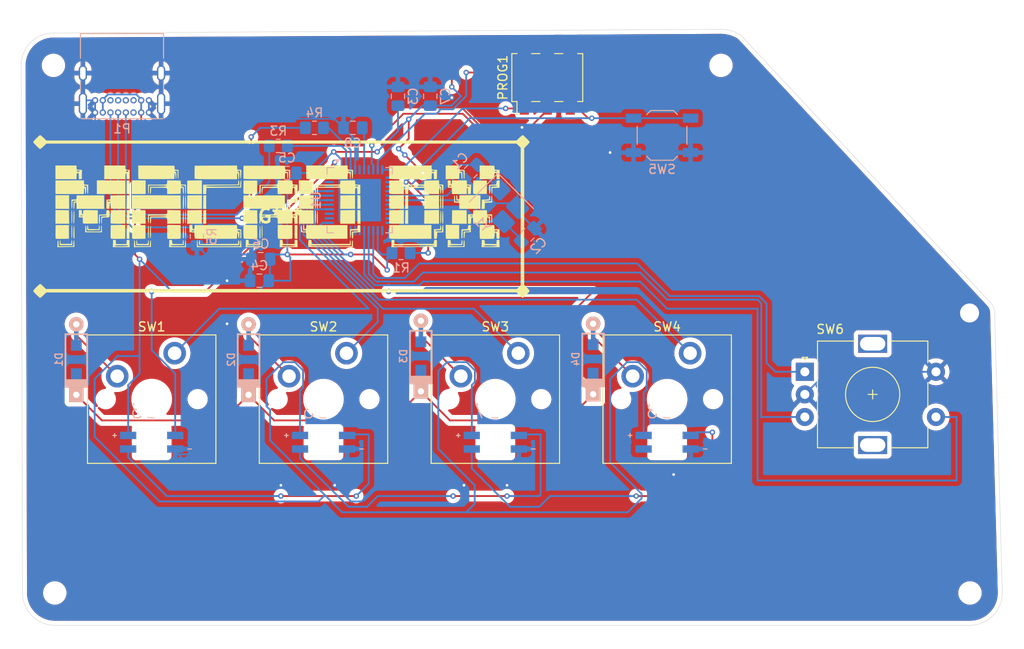
<source format=kicad_pcb>
(kicad_pcb (version 20241229) (generator "pcbnew") (generator_version "9.0")
  (layers (0 "F.Cu" signal) (2 "B.Cu" signal) (13 "F.Paste" user) (15 "B.Paste" user) (5 "F.SilkS" user "F.Silkscreen") (7 "B.SilkS" user "B.Silkscreen") (1 "F.Mask" user) (3 "B.Mask" user) (25 "Edge.Cuts" user))
  (net 0 "")
  (net 1 "GND")
  (net 2 "Net-(U1-XTAL1)")
  (net 3 "Net-(U1-XTAL2)")
  (net 4 "Net-(U1-VBus)")
  (net 5 "Net-(D1-A)")
  (net 6 "Row0")
  (net 7 "Net-(D2-A)")
  (net 8 "Net-(D3-A)")
  (net 9 "Net-(D4-A)")
  (net 10 "VCC")
  (net 11 "Net-(P1-D+)")
  (net 12 "Net-(P1-CC)")
  (net 13 "Net-(P1-D-)")
  (net 15 "Net-(U1-D-)")
  (net 16 "Net-(U1-D+)")
  (net 17 "Col0")
  (net 18 "Col1")
  (net 19 "Col2")
  (net 20 "Col3")
  (net 21 "Net-(U1-ICP1{slash}PD4)")
  (net 22 "Net-(U1-T1{slash}PD6)")
  (net 23 "Net-(U1-T0{slash}PD7)")
  (net 24 "Net-(PROG1-Pin_5)")
  (net 31 "Net-(PROG1-Pin_1)")
  (net 32 "Net-(PROG1-Pin_4)")
  (net 43 "Net-(D5-DOUT)")
  (net 48 "Net-(PROG1-Pin_3)")
  (net 49 "Net-(D5-DIN)")
  (net 50 "Net-(D6-DOUT)")
  (net 51 "Net-(D7-DOUT)")
  (footprint "MountingHole:MountingHole_2.1mm" (layer "F.Cu") (at 167.9475 106.51125)
    (property "Reference" "REF**" (hide yes))
    (property "Value" "MountingHole_2.1mm" (hide yes))
  )
  (footprint "ScottoKeebs_MX:MX_PCB_1.00u" (layer "F.Cu") (at 77.46 85.08)
    (property "Reference" "SW1")
    (property "Value" "Switch")
  )
  (footprint "pads:pads" (layer "F.Cu") (at 121.204375 49.52 90)
    (property "Reference" "PROG1")
    (property "Value" "Conn_02x03_Odd_Even")
  )
  (footprint "AyamLogo:MacroDXLogo" (layer "F.Cu") (at 91.6975 64.839375)
    (property "Reference" "G***")
    (property "Value" "LOGO" (hide yes))
  )
  (footprint "" (layer "F.Cu") (at 167.8975 75.555)
    (property "Reference" "")
    (property "Value" "")
  )
  (footprint "ScottoKeebs_MX:MX_PCB_1.00u" (layer "F.Cu") (at 96.46 85.08)
    (property "Reference" "SW2")
    (property "Value" "Switch")
  )
  (footprint "MountingHole:MountingHole_2.1mm" (layer "F.Cu") (at 66.744375 106.51125)
    (property "Reference" "REF**" (hide yes))
    (property "Value" "MountingHole_2.1mm" (hide yes))
  )
  (footprint "MountingHole:MountingHole_2.1mm" (layer "F.Cu") (at 140.413125 48.170625)
    (property "Reference" "REF**" (hide yes))
    (property "Value" "MountingHole_2.1mm" (hide yes))
  )
  (footprint "RotaryEncoder:RotaryEncoder_Alps_EC11E-Switch_Vertical_H20mm" (layer "F.Cu") (at 149.685 82.055)
    (property "Reference" "SW6")
    (property "Value" "RotaryEncoder_Switch")
  )
  (footprint "MountingHole:MountingHole_2.1mm" (layer "F.Cu") (at 66.594375 48.170625)
    (property "Reference" "REF**" (hide yes))
    (property "Value" "MountingHole_2.1mm" (hide yes))
  )
  (footprint "ScottoKeebs_MX:MX_PCB_1.00u" (layer "F.Cu") (at 134.46 85.08)
    (property "Reference" "SW4")
    (property "Value" "Switch")
  )
  (footprint "ScottoKeebs_MX:MX_PCB_1.00u" (layer "F.Cu") (at 115.46 85.08)
    (property "Reference" "SW3")
    (property "Value" "Switch")
  )
  (footprint "keyboard_parts:D_SOD123_axial" (layer "B.Cu") (at 126.275625 80.63625 90)
    (property "Reference" "D4")
    (property "Value" "D" (hide yes))
  )
  (footprint "Capacitor_SMD:C_0805_2012Metric_Pad1.18x1.45mm_HandSolder" (layer "B.Cu") (at 89.369375 71.983125 180)
    (property "Reference" "C4")
    (property "Value" "0.1u")
  )
  (footprint "Resistor_SMD:R_0805_2012Metric_Pad1.20x1.40mm_HandSolder" (layer "B.Cu") (at 95.46 55.08 180)
    (property "Reference" "R4")
    (property "Value" "22")
  )
  (footprint "Resistor_SMD:R_0805_2012Metric_Pad1.20x1.40mm_HandSolder" (layer "B.Cu") (at 82.46 67.08 90)
    (property "Reference" "R5")
    (property "Value" "5.1k")
  )
  (footprint "LED_SK6812-E:LED_SK6812-E" (layer "B.Cu") (at 134.46 89.8425 180)
    (property "Reference" "D8")
    (property "Value" "SK6812-E")
    (fp_line (start 1.7 1.5) (end 1.7 -1.5) (stroke (width 0.01)) (layer "Edge.Cuts"))
    (fp_line (start 1.7 -1.5) (end -1.7 -1.5) (stroke (width 0.01)) (layer "Edge.Cuts"))
    (fp_line (start -1.7 1.5) (end 1.7 1.5) (stroke (width 0.01)) (layer "Edge.Cuts"))
    (fp_line (start -1.7 -1.5) (end -1.7 1.5) (stroke (width 0.01)) (layer "Edge.Cuts"))
  )
  (footprint "keyboard_parts:D_SOD123_axial" (layer "B.Cu") (at 88.175625 80.701875 90)
    (property "Reference" "D2")
    (property "Value" "D" (hide yes))
  )
  (footprint "Crystal:Crystal_SMD_SeikoEpson_FA238-4Pin_3.2x2.5mm_HandSoldering" (layer "B.Cu") (at 116.112754 63.647246 -45)
    (property "Reference" "Y1")
    (property "Value" "Crystal_GND24")
  )
  (footprint "LED_SK6812-E:LED_SK6812-E" (layer "B.Cu") (at 77.46 89.8425 180)
    (property "Reference" "D5")
    (property "Value" "SK6812-E")
    (fp_line (start 1.7 1.5) (end 1.7 -1.5) (stroke (width 0.01)) (layer "Edge.Cuts"))
    (fp_line (start 1.7 -1.5) (end -1.7 -1.5) (stroke (width 0.01)) (layer "Edge.Cuts"))
    (fp_line (start -1.7 1.5) (end 1.7 1.5) (stroke (width 0.01)) (layer "Edge.Cuts"))
    (fp_line (start -1.7 -1.5) (end -1.7 1.5) (stroke (width 0.01)) (layer "Edge.Cuts"))
  )
  (footprint "Capacitor_SMD:C_0805_2012Metric_Pad1.18x1.45mm_HandSolder" (layer "B.Cu") (at 119.050254 66.913623 45)
    (property "Reference" "C2")
    (property "Value" "22p")
  )
  (footprint "Connector_USB:USB_C_Receptacle_GCT_USB4085" (layer "B.Cu") (at 71.200625 53.38625)
    (property "Reference" "P1")
    (property "Value" "USB_C_Plug_USB2.0")
  )
  (footprint "Capacitor_SMD:C_0805_2012Metric_Pad1.18x1.45mm_HandSolder" (layer "B.Cu") (at 92.4225 60.08 180)
    (property "Reference" "C5")
    (property "Value" "0.1u")
  )
  (footprint "Capacitor_SMD:C_0805_2012Metric_Pad1.18x1.45mm_HandSolder" (layer "B.Cu") (at 112.746377 59.913623 -135)
    (property "Reference" "C1")
    (property "Value" "22p")
  )
  (footprint "Capacitor_SMD:C_0805_2012Metric_Pad1.18x1.45mm_HandSolder" (layer "B.Cu") (at 104.694375 51.589375 90)
    (property "Reference" "C3")
    (property "Value" "0.1u")
  )
  (footprint "keyboard_parts:D_SOD123_axial" (layer "B.Cu") (at 69.125625 80.701875 90)
    (property "Reference" "D1")
    (property "Value" "D" (hide yes))
  )
  (footprint "Package_DFN_QFN:TQFN-44-1EP_7x7mm_P0.5mm_EP4.7x4.7mm" (layer "B.Cu") (at 100.46 63.08 -90)
    (property "Reference" "U1")
    (property "Value" "ATMEGA32U4")
  )
  (footprint "LED_SK6812-E:LED_SK6812-E" (layer "B.Cu") (at 96.46 89.8425 180)
    (property "Reference" "D6")
    (property "Value" "SK6812-E")
    (fp_line (start 1.7 1.5) (end 1.7 -1.5) (stroke (width 0.01)) (layer "Edge.Cuts"))
    (fp_line (start 1.7 -1.5) (end -1.7 -1.5) (stroke (width 0.01)) (layer "Edge.Cuts"))
    (fp_line (start -1.7 1.5) (end 1.7 1.5) (stroke (width 0.01)) (layer "Edge.Cuts"))
    (fp_line (start -1.7 -1.5) (end -1.7 1.5) (stroke (width 0.01)) (layer "Edge.Cuts"))
  )
  (footprint "Capacitor_SMD:C_0805_2012Metric_Pad1.18x1.45mm_HandSolder" (layer "B.Cu") (at 99.708877 55.08)
    (property "Reference" "C8")
    (property "Value" "1u")
  )
  (footprint "Resistor_SMD:R_0805_2012Metric_Pad1.20x1.40mm_HandSolder" (layer "B.Cu") (at 105.03 68.913623)
    (property "Reference" "R1")
    (property "Value" "10k")
  )
  (footprint "Button_Switch_SMD:SW_SPST_TL3342" (layer "B.Cu") (at 133.896377 55.913623)
    (property "Reference" "SW5")
    (property "Value" "SW_PUSH")
  )
  (footprint "LED_SK6812-E:LED_SK6812-E" (layer "B.Cu") (at 115.46 89.8425 180)
    (property "Reference" "D7")
    (property "Value" "SK6812-E")
    (fp_line (start 1.7 1.5) (end 1.7 -1.5) (stroke (width 0.01)) (layer "Edge.Cuts"))
    (fp_line (start 1.7 -1.5) (end -1.7 -1.5) (stroke (width 0.01)) (layer "Edge.Cuts"))
    (fp_line (start -1.7 1.5) (end 1.7 1.5) (stroke (width 0.01)) (layer "Edge.Cuts"))
    (fp_line (start -1.7 -1.5) (end -1.7 1.5) (stroke (width 0.01)) (layer "Edge.Cuts"))
  )
  (footprint "Resistor_SMD:R_0805_2012Metric_Pad1.20x1.40mm_HandSolder" (layer "B.Cu") (at 91.46 57.08 180)
    (property "Reference" "R3")
    (property "Value" "22")
  )
  (footprint "keyboard_parts:D_SOD123_axial" (layer "B.Cu") (at 107.225625 80.3175 90)
    (property "Reference" "D3")
    (property "Value" "D" (hide yes))
  )
  (footprint "Capacitor_SMD:C_0805_2012Metric_Pad1.18x1.45mm_HandSolder" (layer "B.Cu") (at 108.26625 51.589375 90)
    (property "Reference" "C7")
    (property "Value" "0.1u")
  )
  (footprint "Capacitor_SMD:C_0805_2012Metric_Pad1.18x1.45mm_HandSolder" (layer "B.Cu") (at 89.519375 69.601875 180)
    (property "Reference" "C6")
    (property "Value" "0.1u")
  )
  (gr_line (start 116.600625 62.458125) (end 116.600625 61.2675) (stroke (width 0.2)) (layer "B.Cu") (net 2))
  (gr_line (start 63.0225 48.170625) (end 63.1725 105.320625) (stroke (width 0.05)) (layer "Edge.Cuts"))
  (gr_line (start 170.17875 74.364375) (end 142.624212 44.853998) (stroke (width 0.05)) (layer "Edge.Cuts"))
  (gr_arc (start 171.519375 106.5112) (mid 170.473215 109.036929) (end 167.9475 110.083125) (stroke (width 0.05)) (layer "Edge.Cuts"))
  (gr_line (start 63.172476 106.51125) (end 63.1725 105.320625) (stroke (width 0.05)) (layer "Edge.Cuts"))
  (gr_line (start 171.519375 106.5112) (end 170.671923 75.555) (stroke (width 0.05)) (layer "Edge.Cuts"))
  (gr_arc (start 170.17875 74.364375) (mid 170.543752 74.910638) (end 170.671923 75.555) (stroke (width 0.05)) (layer "Edge.Cuts"))
  (gr_line (start 66.744375 110.083124) (end 167.9475 110.083125) (stroke (width 0.05)) (layer "Edge.Cuts"))
  (gr_arc (start 140.413125 44.184536) (mid 141.56823 44.355571) (end 142.624209 44.853998) (stroke (width 0.05)) (layer "Edge.Cuts"))
  (gr_line (start 66.594375 44.59875) (end 140.413125 44.184536) (stroke (width 0.05)) (layer "Edge.Cuts"))
  (gr_arc (start 66.744375 110.083125) (mid 64.218678 109.036947) (end 63.1725 106.51125) (stroke (width 0.05)) (layer "Edge.Cuts"))
  (gr_arc (start 63.0225 48.170625) (mid 64.068678 45.644928) (end 66.594375 44.59875) (stroke (width 0.05)) (layer "Edge.Cuts"))
  (segment (start 97.700625 94.605) (end 91.7475 94.605) (width 0.2) (layer "F.Cu") (net 1))
  (segment (start 124.935 46.98) (end 124.92 46.995) (width 0.2) (layer "F.Cu") (net 1))
  (segment (start 111.988125 94.605) (end 116.750625 94.605) (width 0.2) (layer "F.Cu") (net 1))
  (segment (start 135.175567 93.414375) (end 133.984942 94.605) (width 0.2) (layer "F.Cu") (net 1))
  (segment (start 124.92 46.995) (end 123.744375 46.995) (width 0.2) (layer "F.Cu") (net 1))
  (segment (start 113.933771 55.028771) (end 118.408771 55.028771) (width 0.2) (layer "F.Cu") (net 1))
  (segment (start 128.150254 50.195254) (end 128.150254 57.813623) (width 0.2) (layer "F.Cu") (net 1))
  (segment (start 85.794375 76.745625) (end 85.794375 71.983125) (width 0.2) (layer "F.Cu") (net 1))
  (segment (start 110.6475 51.7425) (end 113.933771 55.028771) (width 0.2) (layer "F.Cu") (net 1))
  (segment (start 124.935 46.98) (end 128.150254 50.195254) (width 0.2) (layer "F.Cu") (net 1))
  (segment (start 133.984942 94.605) (end 116.750625 94.605) (width 0.2) (layer "F.Cu") (net 1))
  (segment (start 118.408771 55.028771) (end 118.46 55.08) (width 0.2) (layer "F.Cu") (net 1))
  (via (at 110.6475 51.7425) (size 0.6) (drill 0.3) (layers "F.Cu" "B.Cu") (net 1))
  (via (at 111.988125 94.605) (size 0.6) (drill 0.3) (layers "F.Cu" "B.Cu") (net 1))
  (via (at 135.175567 93.414375) (size 0.6) (drill 0.3) (layers "F.Cu" "B.Cu") (net 1))
  (via (at 91.7475 94.605) (size 0.6) (drill 0.3) (layers "F.Cu" "B.Cu") (net 1))
  (via (at 97.700625 94.605) (size 0.6) (drill 0.3) (layers "F.Cu" "B.Cu") (net 1))
  (via (at 128.150254 57.813623) (size 0.6) (drill 0.3) (layers "F.Cu" "B.Cu") (net 1))
  (via (at 85.794375 76.745625) (size 0.6) (drill 0.3) (layers "F.Cu" "B.Cu") (net 1))
  (via (at 116.750625 94.605) (size 0.6) (drill 0.3) (layers "F.Cu" "B.Cu") (net 1))
  (via (at 118.408771 55.028771) (size 0.6) (drill 0.3) (layers "F.Cu" "B.Cu") (net 1))
  (via (at 85.794375 71.983125) (size 0.6) (drill 0.3) (layers "F.Cu" "B.Cu") (net 1))
  (segment (start 130.746377 57.813623) (end 128.150254 57.813623) (width 0.2) (layer "B.Cu") (net 1))
  (segment (start 99.96 56.368623) (end 98.671377 55.08) (width 0.2) (layer "B.Cu") (net 1))
  (segment (start 118.408771 55.028771) (end 117.915876 55.521666) (width 0.2) (layer "B.Cu") (net 1))
  (segment (start 164.185 82.055) (end 143.21 61.08) (width 0.2) (layer "B.Cu") (net 1))
  (segment (start 137.046377 57.813623) (end 130.746377 57.813623) (width 0.2) (layer "B.Cu") (net 1))
  (segment (start 82.46 68.08) (end 74.0525 68.08) (width 0.2) (layer "B.Cu") (net 1))
  (segment (start 104.694375 50.551875) (end 108.26625 50.551875) (width 0.2) (layer "B.Cu") (net 1))
  (segment (start 103.199502 50.551875) (end 104.694375 50.551875) (width 0.2) (layer "B.Cu") (net 1))
  (segment (start 88.46 69.08) (end 88.46 71.855) (width 0.2) (layer "B.Cu") (net 1))
  (segment (start 99.06 90.83) (end 99.06 93.245625) (width 0.2) (layer "B.Cu") (net 1))
  (segment (start 137.06 91.529942) (end 135.175567 93.414375) (width 0.2) (layer "B.Cu") (net 1))
  (segment (start 164.185 82.055) (end 152.185 82.055) (width 0.2) (layer "B.Cu") (net 1))
  (segment (start 91.385 66.155) (end 88.46 69.08) (width 0.2) (layer "B.Cu") (net 1))
  (segment (start 109.456875 50.551875) (end 108.26625 50.551875) (width 0.2) (layer "B.Cu") (net 1))
  (segment (start 99.06 93.245625) (end 97.700625 94.605) (width 0.2) (layer "B.Cu") (net 1))
  (segment (start 71.200625 53.38625) (end 71.200625 65.228125) (width 0.2) (layer "B.Cu") (net 1))
  (segment (start 77.150625 52.03625) (end 77.150625 53.38625) (width 0.2) (layer "B.Cu") (net 1))
  (segment (start 118.06 93.295625) (end 118.06 90.83) (width 0.2) (layer "B.Cu") (net 1))
  (segment (start 87.461 54.079) (end 88.025625 54.079) (width 0.2) (layer "B.Cu") (net 1))
  (segment (start 80.411 91.181) (end 82.461 91.181) (width 0.2) (layer "B.Cu") (net 1))
  (segment (start 97.670377 54.079) (end 98.671377 55.08) (width 0.2) (layer "B.Cu") (net 1))
  (segment (start 69.850625 49.02625) (end 78.500625 49.02625) (width 0.2) (layer "B.Cu") (net 1))
  (segment (start 71.200625 65.228125) (end 74.0525 68.08) (width 0.2) (layer "B.Cu") (net 1))
  (segment (start 110.6475 51.7425) (end 109.456875 50.551875) (width 0.2) (layer "B.Cu") (net 1))
  (segment (start 71.200625 52.03625) (end 70.220625 52.03625) (width 0.2) (layer "B.Cu") (net 1))
  (segment (start 80.06 90.83) (end 83.835 94.605) (width 0.2) (layer "B.Cu") (net 1))
  (segment (start 152.185 82.055) (end 149.685 84.555) (width 0.2) (layer "B.Cu") (net 1))
  (segment (start 85.794375 87.847625) (end 85.794375 76.745625) (width 0.2) (layer "B.Cu") (net 1))
  (segment (start 102.463125 94.605) (end 111.988125 94.605) (width 0.2) (layer "B.Cu") (net 1))
  (segment (start 99.49225 96.396625) (end 100.6715 96.396625) (width 0.2) (layer "B.Cu") (net 1))
  (segment (start 70.220625 52.03625) (end 69.850625 52.40625) (width 0.2) (layer "B.Cu") (net 1))
  (segment (start 77.520625 52.40625) (end 77.150625 52.03625) (width 0.2) (layer "B.Cu") (net 1))
  (segment (start 88.385 69.155) (end 88.46 69.08) (width 0.2) (layer "B.Cu") (net 1))
  (segment (start 88.025625 54.079) (end 97.670377 54.079) (width 0.2) (layer "B.Cu") (net 1))
  (segment (start 69.850625 52.40625) (end 69.850625 49.02625) (width 0.2) (layer "B.Cu") (net 1))
  (segment (start 82.461 91.181) (end 85.794375 87.847625) (width 0.2) (layer "B.Cu") (net 1))
  (segment (start 82.972875 49.02625) (end 78.500625 49.02625) (width 0.2) (layer "B.Cu") (net 1))
  (segment (start 80.06 90.83) (end 80.411 91.181) (width 0.2) (layer "B.Cu") (net 1))
  (segment (start 116.750625 94.605) (end 118.06 93.295625) (width 0.2) (layer "B.Cu") (net 1))
  (segment (start 88.46 69.08) (end 83.46 69.08) (width 0.2) (layer "B.Cu") (net 1))
  (segment (start 71.200625 53.38625) (end 71.200625 52.03625) (width 0.2) (layer "B.Cu") (net 1))
  (segment (start 98.671377 55.08) (end 103.199502 50.551875) (width 0.2) (layer "B.Cu") (net 1))
  (segment (start 83.835 94.605) (end 91.7475 94.605) (width 0.2) (layer "B.Cu") (net 1))
  (segment (start 119.783877 66.18) (end 117.915876 64.311999) (width 0.2) (layer "B.Cu") (net 1))
  (segment (start 91.385 60.08) (end 91.385 66.155) (width 0.2) (layer "B.Cu") (net 1))
  (segment (start 137.46 61.08) (end 137.046377 60.666377) (width 0.2) (layer "B.Cu") (net 1))
  (segment (start 88.46 71.855) (end 88.331875 71.983125) (width 0.2) (layer "B.Cu") (net 1))
  (segment (start 114.3352 63.425327) (end 117.44647 63.425327) (width 0.2) (layer "B.Cu") (net 1))
  (segment (start 78.500625 52.40625) (end 77.520625 52.40625) (width 0.2) (layer "B.Cu") (net 1))
  (segment (start 117.915876 55.521666) (end 117.915876 63.894733) (width 0.2) (layer "B.Cu") (net 1))
  (segment (start 97.700625 94.605) (end 99.49225 96.396625) (width 0.2) (layer "B.Cu") (net 1))
  (segment (start 112.012754 60.647246) (end 114.309632 62.944124) (width 0.2) (layer "B.Cu") (net 1))
  (segment (start 143.21 61.08) (end 137.46 61.08) (width 0.2) (layer "B.Cu") (net 1))
  (segment (start 137.046377 60.666377) (end 137.046377 57.813623) (width 0.2) (layer "B.Cu") (net 1))
  (segment (start 88.025625 54.079) (end 82.972875 49.02625) (width 0.2) (layer "B.Cu") (net 1))
  (segment (start 128.150254 57.813623) (end 119.783877 66.18) (width 0.2) (layer "B.Cu") (net 1))
  (segment (start 100.6715 96.396625) (end 102.463125 94.605) (width 0.2) (layer "B.Cu") (net 1))
  (segment (start 99.96 59.7175) (end 99.96 56.368623) (width 0.2) (layer "B.Cu") (net 1))
  (segment (start 137.06 90.83) (end 137.06 91.529942) (width 0.2) (layer "B.Cu") (net 1))
  (segment (start 85.794375 71.983125) (end 88.331875 71.983125) (width 0.2) (layer "B.Cu") (net 1))
  (segment (start 83.46 69.08) (end 82.46 68.08) (width 0.2) (layer "B.Cu") (net 1))
  (segment (start 78.500625 49.02625) (end 78.500625 52.40625) (width 0.2) (layer "B.Cu") (net 1))
  (segment (start 110.746377 61.913623) (end 110.08 62.58) (width 0.2) (layer "B.Cu") (net 2))
  (segment (start 113.48 59.458857) (end 113.48 59.18) (width 0.2) (layer "B.Cu") (net 2))
  (segment (start 110.746377 59.913623) (end 110.746377 61.913623) (width 0.2) (layer "B.Cu") (net 2))
  (segment (start 115.865267 61.844124) (end 113.48 59.458857) (width 0.2) (layer "B.Cu") (net 2))
  (segment (start 113.48 59.18) (end 111.48 59.18) (width 0.2) (layer "B.Cu") (net 2))
  (segment (start 110.08 62.58) (end 103.8225 62.58) (width 0.2) (layer "B.Cu") (net 2))
  (segment (start 111.48 59.18) (end 110.746377 59.913623) (width 0.2) (layer "B.Cu") (net 2))
  (segment (start 118.316631 67.406758) (end 118.316631 67.647246) (width 0.2) (layer "B.Cu") (net 3))
  (segment (start 114.661769 65.450368) (end 116.360241 65.450368) (width 0.2) (layer "B.Cu") (net 3))
  (segment (start 116.360241 65.450368) (end 118.316631 67.406758) (width 0.2) (layer "B.Cu") (net 3))
  (segment (start 103.8225 63.08) (end 112.291401 63.08) (width 0.2) (layer "B.Cu") (net 3))
  (segment (start 112.291401 63.08) (end 114.661769 65.450368) (width 0.2) (layer "B.Cu") (net 3))
  (segment (start 100.96 55.293623) (end 100.746377 55.08) (width 0.2) (layer "B.Cu") (net 4))
  (segment (start 100.96 59.7175) (end 100.96 55.293623) (width 0.2) (layer "B.Cu") (net 4))
  (segment (start 69.125625 78.015625) (end 69.125625 76.801875) (width 0.2) (layer "F.Cu") (net 5))
  (segment (start 73.65 82.54) (end 69.125625 78.015625) (width 0.2) (layer "F.Cu") (net 5))
  (segment (start 73.65 82.54) (end 73.186174 82.54) (width 0.2) (layer "B.Cu") (net 5))
  (segment (start 123.380875 87.431) (end 110.439125 87.431) (width 0.2) (layer "F.Cu") (net 6))
  (segment (start 123.894375 82.155) (end 123.894375 75.555) (width 0.2) (layer "F.Cu") (net 6))
  (segment (start 126.275625 84.53625) (end 123.380875 87.431) (width 0.2) (layer "F.Cu") (net 6))
  (segment (start 104.012125 87.431) (end 107.225625 84.2175) (width 0.2) (layer "F.Cu") (net 6))
  (segment (start 110.439125 87.431) (end 107.225625 84.2175) (width 0.2) (layer "F.Cu") (net 6))
  (segment (start 88.175625 84.601875) (end 91.00475 87.431) (width 0.2) (layer "F.Cu") (net 6))
  (segment (start 69.125625 84.601875) (end 71.95475 87.431) (width 0.2) (layer "F.Cu") (net 6))
  (segment (start 85.3465 87.431) (end 88.175625 84.601875) (width 0.2) (layer "F.Cu") (net 6))
  (segment (start 91.00475 87.431) (end 104.012125 87.431) (width 0.2) (layer "F.Cu") (net 6))
  (segment (start 71.95475 87.431) (end 85.3465 87.431) (width 0.2) (layer "F.Cu") (net 6))
  (segment (start 126.275625 73.17375) (end 103.65375 73.17375) (width 0.2) (layer "F.Cu") (net 6))
  (segment (start 126.275625 84.53625) (end 123.894375 82.155) (width 0.2) (layer "F.Cu") (net 6))
  (segment (start 123.894375 75.555) (end 126.275625 73.17375) (width 0.2) (layer "F.Cu") (net 6))
  (via (at 103.65375 73.17375) (size 0.6) (drill 0.3) (layers "F.Cu" "B.Cu") (net 6))
  (segment (start 95.46 64.08) (end 95.46 66.3803) (width 0.2) (layer "B.Cu") (net 6))
  (segment (start 102.1597 73.08) (end 103.56 73.08) (width 0.2) (layer "B.Cu") (net 6))
  (segment (start 103.56 73.08) (end 103.65375 73.17375) (width 0.2) (layer "B.Cu") (net 6))
  (segment (start 95.46 66.3803) (end 102.1597 73.08) (width 0.2) (layer "B.Cu") (net 6))
  (segment (start 97.0975 64.08) (end 95.46 64.08) (width 0.2) (layer "B.Cu") (net 6))
  (segment (start 88.175625 76.801875) (end 88.175625 78.065625) (width 0.2) (layer "F.Cu") (net 7))
  (segment (start 88.175625 78.065625) (end 92.65 82.54) (width 0.2) (layer "F.Cu") (net 7))
  (segment (start 107.225625 78.115625) (end 111.65 82.54) (width 0.2) (layer "F.Cu") (net 8))
  (segment (start 107.225625 76.4175) (end 107.225625 78.115625) (width 0.2) (layer "F.Cu") (net 8))
  (segment (start 126.275625 76.73625) (end 126.275625 78.165625) (width 0.2) (layer "F.Cu") (net 9))
  (segment (start 126.275625 78.165625) (end 130.65 82.54) (width 0.2) (layer "F.Cu") (net 9))
  (segment (start 75.616026 69.098526) (end 76.119375 69.601875) (width 0.2) (layer "F.Cu") (net 10))
  (segment (start 110.6475 49.36125) (end 110.6475 50.551875) (width 0.2) (layer "F.Cu") (net 10))
  (segment (start 102.396937 57.734737) (end 97.589737 57.734737) (width 0.2) (layer "F.Cu") (net 10))
  (segment (start 104.769375 57.389375) (end 105.885 56.27375) (width 0.2) (layer "F.Cu") (net 10))
  (segment (start 99.46 69.08) (end 101.79125 69.08) (width 0.2) (layer "F.Cu") (net 10))
  (segment (start 101.79125 69.08) (end 103.50375 70.7925) (width 0.2) (layer "F.Cu") (net 10))
  (segment (start 75.616026 61.44) (end 75.616026 69.098526) (width 0.2) (layer "F.Cu") (net 10))
  (segment (start 92.46 69.08) (end 99.46 69.08) (width 0.2) (layer "F.Cu") (net 10))
  (segment (start 113.01375 46.995) (end 110.6475 49.36125) (width 0.2) (layer "F.Cu") (net 10))
  (segment (start 105.46 58.08) (end 107.46 60.08) (width 0.2) (layer "F.Cu") (net 10))
  (segment (start 76.300625 60.755401) (end 76.300625 53.38625) (width 0.2) (layer "F.Cu") (net 10))
  (segment (start 105.885 56.27375) (end 105.885 54.12375) (width 0.2) (layer "F.Cu") (net 10))
  (segment (start 75.616026 61.44) (end 76.300625 60.755401) (width 0.2) (layer "F.Cu") (net 10))
  (segment (start 118.664375 46.995) (end 113.01375 46.995) (width 0.2) (layer "F.Cu") (net 10))
  (via (at 105.885 54.12375) (size 0.6) (drill 0.3) (layers "F.Cu" "B.Cu") (net 10))
  (via (at 103.50375 70.7925) (size 0.6) (drill 0.3) (layers "F.Cu" "B.Cu") (net 10))
  (via (at 105.46 58.08) (size 0.6) (drill 0.3) (layers "F.Cu" "B.Cu") (net 10))
  (via (at 99.46 69.08) (size 0.6) (drill 0.3) (layers "F.Cu" "B.Cu") (net 10))
  (via (at 104.769375 57.389375) (size 0.6) (drill 0.3) (layers "F.Cu" "B.Cu") (net 10))
  (via (at 97.589737 57.734737) (size 0.6) (drill 0.3) (layers "F.Cu" "B.Cu") (net 10))
  (via (at 102.396937 57.734737) (size 0.6) (drill 0.3) (layers "F.Cu" "B.Cu") (net 10))
  (via (at 92.46 69.08) (size 0.6) (drill 0.3) (layers "F.Cu" "B.Cu") (net 10))
  (via (at 110.6475 50.551875) (size 0.6) (drill 0.3) (layers "F.Cu" "B.Cu") (net 10))
  (via (at 107.46 60.08) (size 0.6) (drill 0.3) (layers "F.Cu" "B.Cu") (net 10))
  (via (at 76.119375 69.601875) (size 0.6) (drill 0.3) (layers "F.Cu" "B.Cu") (net 10))
  (segment (start 95.861 66.2142) (end 95.861 66.08) (width 0.2) (layer "B.Cu") (net 10))
  (segment (start 113.17875 94.605) (end 113.17875 96.645568) (width 0.2) (layer "B.Cu") (net 10))
  (segment (start 130.007554 80.989) (end 128.154 82.842554) (width 0.2) (layer "B.Cu") (net 10))
  (segment (start 96.614288 95.691337) (end 90.556875 89.633925) (width 0.2) (layer "B.Cu") (net 10))
  (segment (start 94.201 81.897554) (end 94.201 83.817125) (width 0.2) (layer "B.Cu") (net 10))
  (segment (start 74.86 89.33) (end 74.86 83.523446) (width 0.2) (layer "B.Cu") (net 10))
  (segment (start 90.535 69.08) (end 92.46 69.08) (width 0.2) (layer "B.Cu") (net 10))
  (segment (start 97.589737 57.734737) (end 97.514638 57.734737) (width 0.2) (layer "B.Cu") (net 10))
  (segment (start 73.679054 80.3175) (end 71.154 82.842554) (width 0.2) (layer "B.Cu") (net 10))
  (segment (start 104.769375 57.389375) (end 105.46 58.08) (width 0.2) (layer "B.Cu") (net 10))
  (segment (start 92.788125 69.408125) (end 92.46 69.08) (width 0.2) (layer "B.Cu") (net 10))
  (segment (start 93.46 60.08) (end 95.169375 60.08) (width 0.2) (layer "B.Cu") (net 10))
  (segment (start 74.86 83.523446) (end 76.119375 82.264071) (width 0.2) (layer "B.Cu") (net 10))
  (segment (start 90.406875 69.208125) (end 90.535 69.08) (width 0.2) (layer "B.Cu") (net 10))
  (segment (start 98.5102 97.58725) (end 96.614288 95.691337) (width 0.2) (layer "B.Cu") (net 10))
  (segment (start 90.535 71.855) (end 90.406875 71.983125) (width 0.2) (layer "B.Cu") (net 10))
  (segment (start 71.154 82.842554) (end 71.154 89.23105) (width 0.2) (layer "B.Cu") (net 10))
  (segment (start 99.46 69.08) (end 98.7268 69.08) (width 0.2) (layer "B.Cu") (net 10))
  (segment (start 102.46 68.627246) (end 102.46 66.4425) (width 0.2) (layer "B.Cu") (net 10))
  (segment (start 86.985 73.009125) (end 89.380875 73.009125) (width 0.2) (layer "B.Cu") (net 10))
  (segment (start 107.381875 52.626875) (end 108.26625 52.626875) (width 0.2) (layer "B.Cu") (net 10))
  (segment (start 110.613068 52.626875) (end 111.667784 51.572159) (width 0.2) (layer "B.Cu") (net 10))
  (segment (start 92.46 61.08) (end 92.46 69.08) (width 0.2) (layer "B.Cu") (net 10))
  (segment (start 98.7268 69.08) (end 95.861 66.2142) (width 0.2) (layer "B.Cu") (net 10))
  (segment (start 112.86 83.523446) (end 113.201 83.182446) (width 0.2) (layer "B.Cu") (net 10))
  (segment (start 92.007554 80.989) (end 93.292446 80.989) (width 0.2) (layer "B.Cu") (net 10))
  (segment (start 110.6475 50.551875) (end 111.667784 51.572159) (width 0.2) (layer "B.Cu") (net 10))
  (segment (start 105.331057 61.681) (end 105.230057 61.58) (width 0.2) (layer "B.Cu") (net 10))
  (segment (start 128.154 82.842554) (end 128.154 92.061557) (width 0.2) (layer "B.Cu") (net 10))
  (segment (start 95.909 96.396625) (end 96.614288 95.691337) (width 0.2) (layer "B.Cu") (net 10))
  (segment (start 130.096443 97.58725) (end 112.237068 97.58725) (width 0.2) (layer "B.Cu") (net 10))
  (segment (start 110.613068 52.626875) (end 108.26625 52.626875) (width 0.2) (layer "B.Cu") (net 10))
  (segment (start 93.86 84.158125) (end 93.86 89.33) (width 0.2) (layer "B.Cu") (net 10))
  (segment (start 97.514638 57.734737) (end 95.169375 60.08) (width 0.2) (layer "B.Cu") (net 10))
  (segment (start 104.694375 55.437299) (end 102.396937 57.734737) (width 0.2) (layer "B.Cu") (net 10))
  (segment (start 78.319575 96.396625) (end 95.909 96.396625) (width 0.2) (layer "B.Cu") (net 10))
  (segment (start 103.50375 69.439873) (end 104.03 68.913623) (width 0.2) (layer "B.Cu") (net 10))
  (segment (start 128.154 92.061557) (end 131.639125 95.546682) (width 0.2) (layer "B.Cu") (net 10))
  (segment (start 79.526625 73.009125) (end 86.985 73.009125) (width 0.2) (layer "B.Cu") (net 10))
  (segment (start 104.03 69.08) (end 102.912754 69.08) (width 0.2) (layer "B.Cu") (net 10))
  (segment (start 90.556875 89.633925) (end 90.556875 86.270625) (width 0.2) (layer "B.Cu") (net 10))
  (segment (start 131.639125 95.546682) (end 131.639125 96.044568) (width 0.2) (layer "B.Cu") (net 10))
  (segment (start 95.861 66.08) (end 96.361 65.58) (width 0.2) (layer "B.Cu") (net 10))
  (segment (start 93.292446 80.989) (end 94.201 81.897554) (width 0.2) (layer "B.Cu") (net 10))
  (segment (start 110.126 80.989) (end 109.154 81.961) (width 0.2) (layer "B.Cu") (net 10))
  (segment (start 76.300625 53.38625) (end 76.300625 52.03625) (width 0.2) (layer "B.Cu") (net 10))
  (segment (start 112.237068 97.58725) (end 98.5102 97.58725) (width 0.2) (layer "B.Cu") (net 10))
  (segment (start 113.17875 96.645568) (end 112.237068 97.58725) (width 0.2) (layer "B.Cu") (net 10))
  (segment (start 94.201 83.817125) (end 93.86 84.158125) (width 0.2) (layer "B.Cu") (net 10))
  (segment (start 113.201 81.897554) (end 112.292446 80.989) (width 0.2) (layer "B.Cu") (net 10))
  (segment (start 131.292446 80.989) (end 130.007554 80.989) (width 0.2) (layer "B.Cu") (net 10))
  (segment (start 95.169375 60.08) (end 96.5975 60.08) (width 0.2) (layer "B.Cu") (net 10))
  (segment (start 105.859 61.681) (end 105.331057 61.681) (width 0.2) (layer "B.Cu") (net 10))
  (segment (start 90.154 85.86775) (end 90.154 82.842554) (width 0.2) (layer "B.Cu") (net 10))
  (segment (start 96.5975 60.08) (end 97.0975 60.58) (width 0.2) (layer "B.Cu") (net 10))
  (segment (start 97.589737 57.734737) (end 98.46 58.605) (width 0.2) (layer "B.Cu") (net 10))
  (segment (start 76.119375 80.3175) (end 76.119375 69.601875) (width 0.2) (layer "B.Cu") (net 10))
  (segment (start 132.201 84.014184) (end 132.201 81.897554) (width 0.2) (layer "B.Cu") (net 10))
  (segment (start 104.694375 55.314375) (end 105.885 54.12375) (width 0.2) (layer "B.Cu") (net 10))
  (segment (start 72.630971 51.38525) (end 72.050625 51.965596) (width 0.2) (layer "B.Cu") (net 10))
  (segment (start 102.912754 69.08) (end 102.46 68.627246) (width 0.2) (layer "B.Cu") (net 10))
  (segment (start 104.694375 52.626875) (end 104.694375 55.437299) (width 0.2) (layer "B.Cu") (net 10))
  (segment (start 109.154 90.58025) (end 113.17875 94.605) (width 0.2) (layer "B.Cu") (net 10))
  (segment (start 76.119375 80.3175) (end 73.679054 80.3175) (width 0.2) (layer "B.Cu") (net 10))
  (segment (start 96.361 65.58) (end 97.0975 65.58) (width 0.2) (layer "B.Cu") (net 10))
  (segment (start 76.300625 52.03625) (end 76.300625 51.92375) (width 0.2) (layer "B.Cu") (net 10))
  (segment (start 76.119375 69.601875) (end 79.526625 73.009125) (width 0.2) (layer "B.Cu") (net 10))
  (segment (start 131.86 89.33) (end 131.86 84.355184) (width 0.2) (layer "B.Cu") (net 10))
  (segment (start 105.885 54.12375) (end 107.381875 52.626875) (width 0.2) (layer "B.Cu") (net 10))
  (segment (start 72.050625 51.965596) (end 72.050625 52.03625) (width 0.2) (layer "B.Cu") (net 10))
  (segment (start 131.639125 96.044568) (end 130.096443 97.58725) (width 0.2) (layer "B.Cu") (net 10))
  (segment (start 76.300625 51.92375) (end 75.762125 51.38525) (width 0.2) (layer "B.Cu") (net 10))
  (segment (start 90.154 82.842554) (end 92.007554 80.989) (width 0.2) (layer "B.Cu") (net 10))
  (segment (start 90.535 69.08) (end 90.535 71.855) (width 0.2) (layer "B.Cu") (net 10))
  (segment (start 132.201 81.897554) (end 131.292446 80.989) (width 0.2) (layer "B.Cu") (net 10))
  (segment (start 90.556875 86.270625) (end 90.154 85.86775) (width 0.2) (layer "B.Cu") (net 10))
  (segment (start 112.292446 80.989) (end 110.126 80.989) (width 0.2) (layer "B.Cu") (net 10))
  (segment (start 107.46 60.08) (end 105.859 61.681) (width 0.2) (layer "B.Cu") (net 10))
  (segment (start 131.86 84.355184) (end 132.201 84.014184) (width 0.2) (layer "B.Cu") (net 10))
  (segment (start 112.86 89.33) (end 112.86 83.523446) (width 0.2) (layer "B.Cu") (net 10))
  (segment (start 104.694375 55.437299) (end 104.694375 55.314375) (width 0.2) (layer "B.Cu") (net 10))
  (segment (start 92.788125 71.983125) (end 92.788125 69.408125) (width 0.2) (layer "B.Cu") (net 10))
  (segment (start 93.46 60.08) (end 92.46 61.08) (width 0.2) (layer "B.Cu") (net 10))
  (segment (start 72.050625 52.03625) (end 72.050625 53.38625) (width 0.2) (layer "B.Cu") (net 10))
  (segment (start 71.154 89.23105) (end 78.319575 96.396625) (width 0.2) (layer "B.Cu") (net 10))
  (segment (start 75.762125 51.38525) (end 72.630971 51.38525) (width 0.2) (layer "B.Cu") (net 10))
  (segment (start 105.230057 61.58) (end 103.8225 61.58) (width 0.2) (layer "B.Cu") (net 10))
  (segment (start 103.50375 70.7925) (end 103.50375 69.439873) (width 0.2) (layer "B.Cu") (net 10))
  (segment (start 113.201 83.182446) (end 113.201 81.897554) (width 0.2) (layer "B.Cu") (net 10))
  (segment (start 109.154 81.961) (end 109.154 90.58025) (width 0.2) (layer "B.Cu") (net 10))
  (segment (start 76.119375 82.264071) (end 76.119375 80.3175) (width 0.2) (layer "B.Cu") (net 10))
  (segment (start 98.46 58.605) (end 98.46 59.7175) (width 0.2) (layer "B.Cu") (net 10))
  (segment (start 89.380875 73.009125) (end 90.406875 71.983125) (width 0.2) (layer "B.Cu") (net 10))
  (segment (start 90.406875 71.983125) (end 92.788125 71.983125) (width 0.2) (layer "B.Cu") (net 10))
  (segment (start 87.46 65.08) (end 88.46 64.08) (width 0.2) (layer "F.Cu") (net 11))
  (segment (start 88.46 64.08) (end 88.46 56.08) (width 0.2) (layer "F.Cu") (net 11))
  (via (at 87.46 65.08) (size 0.6) (drill 0.3) (layers "F.Cu" "B.Cu") (net 11))
  (via (at 88.46 56.08) (size 0.6) (drill 0.3) (layers "F.Cu" "B.Cu") (net 11))
  (segment (start 74.877526 65.08) (end 87.46 65.08) (width 0.2) (layer "B.Cu") (net 11))
  (segment (start 88.46 56.08) (end 89.46 55.08) (width 0.2) (layer "B.Cu") (net 11))
  (segment (start 89.46 55.08) (end 94.46 55.08) (width 0.2) (layer "B.Cu") (net 11))
  (segment (start 73.750625 63.953099) (end 74.877526 65.08) (width 0.2) (layer "B.Cu") (net 11))
  (segment (start 73.750625 53.38625) (end 73.750625 63.953099) (width 0.2) (layer "B.Cu") (net 11))
  (segment (start 75.310426 66.08) (end 72.900625 63.670199) (width 0.2) (layer "B.Cu") (net 12))
  (segment (start 75.310426 66.08) (end 82.46 66.08) (width 0.2) (layer "B.Cu") (net 12))
  (segment (start 72.900625 63.670199) (end 72.900625 53.38625) (width 0.2) (layer "B.Cu") (net 12))
  (segment (start 86.861 64.679) (end 90.46 61.08) (width 0.2) (layer "B.Cu") (net 13))
  (segment (start 74.600625 53.38625) (end 74.600625 64.235999) (width 0.2) (layer "B.Cu") (net 13))
  (segment (start 90.46 61.08) (end 90.46 57.08) (width 0.2) (layer "B.Cu") (net 13))
  (segment (start 75.043626 64.679) (end 86.861 64.679) (width 0.2) (layer "B.Cu") (net 13))
  (segment (start 74.600625 64.235999) (end 75.043626 64.679) (width 0.2) (layer "B.Cu") (net 13))
  (segment (start 98.46 57.08) (end 98.96 57.58) (width 0.2) (layer "B.Cu") (net 15))
  (segment (start 98.96 57.58) (end 98.96 59.7175) (width 0.2) (layer "B.Cu") (net 15))
  (segment (start 98.46 57.08) (end 92.46 57.08) (width 0.2) (layer "B.Cu") (net 15))
  (segment (start 97.0271 55.08) (end 96.46 55.08) (width 0.2) (layer "B.Cu") (net 16))
  (segment (start 99.46 57.5129) (end 97.0271 55.08) (width 0.2) (layer "B.Cu") (net 16))
  (segment (start 99.46 59.7175) (end 99.46 57.5129) (width 0.2) (layer "B.Cu") (net 16))
  (segment (start 84.92 75.08) (end 101.46 75.08) (width 0.2) (layer "B.Cu") (net 17))
  (segment (start 93.856 67.476) (end 93.856 62.684) (width 0.2) (layer "B.Cu") (net 17))
  (segment (start 80 80) (end 84.92 75.08) (width 0.2) (layer "B.Cu") (net 17))
  (segment (start 101.46 75.08) (end 93.856 67.476) (width 0.2) (layer "B.Cu") (net 17))
  (segment (start 94.46 62.08) (end 97.0975 62.08) (width 0.2) (layer "B.Cu") (net 17))
  (segment (start 93.856 62.684) (end 94.46 62.08) (width 0.2) (layer "B.Cu") (net 17))
  (segment (start 102.4592 76.5408) (end 102.4592 75.0808) (width 0.2) (layer "B.Cu") (net 18))
  (segment (start 94.257 63.3468) (end 95.0238 62.58) (width 0.2) (layer "B.Cu") (net 18))
  (segment (start 99 80) (end 102.4592 76.5408) (width 0.2) (layer "B.Cu") (net 18))
  (segment (start 102.4592 75.0808) (end 94.257 66.8786) (width 0.2) (layer "B.Cu") (net 18))
  (segment (start 95.0238 62.58) (end 97.0975 62.58) (width 0.2) (layer "B.Cu") (net 18))
  (segment (start 94.257 66.8786) (end 94.257 63.3468) (width 0.2) (layer "B.Cu") (net 18))
  (segment (start 118 80) (end 113.08 75.08) (width 0.2) (layer "B.Cu") (net 19))
  (segment (start 94.658 63.5129) (end 95.0909 63.08) (width 0.2) (layer "B.Cu") (net 19))
  (segment (start 103.0255 75.08) (end 94.658 66.7125) (width 0.2) (layer "B.Cu") (net 19))
  (segment (start 113.08 75.08) (end 103.0255 75.08) (width 0.2) (layer "B.Cu") (net 19))
  (segment (start 94.658 66.7125) (end 94.658 63.5129) (width 0.2) (layer "B.Cu") (net 19))
  (segment (start 95.0909 63.08) (end 97.0975 63.08) (width 0.2) (layer "B.Cu") (net 19))
  (segment (start 131.08 74.08) (end 102.5926 74.08) (width 0.2) (layer "B.Cu") (net 20))
  (segment (start 95.059 63.679) (end 95.158 63.58) (width 0.2) (layer "B.Cu") (net 20))
  (segment (start 102.5926 74.08) (end 95.059 66.5464) (width 0.2) (layer "B.Cu") (net 20))
  (segment (start 95.158 63.58) (end 97.0975 63.58) (width 0.2) (layer "B.Cu") (net 20))
  (segment (start 95.059 66.5464) (end 95.059 63.679) (width 0.2) (layer "B.Cu") (net 20))
  (segment (start 137 80) (end 131.08 74.08) (width 0.2) (layer "B.Cu") (net 20))
  (segment (start 144.6261 73.679) (end 134.74355 73.679) (width 0.2) (layer "B.Cu") (net 21))
  (segment (start 131.14455 70.08) (end 107.059 70.08) (width 0.2) (layer "B.Cu") (net 21))
  (segment (start 107.059 70.08) (end 105.46 71.679) (width 0.2) (layer "B.Cu") (net 21))
  (segment (start 145.46 74.5129) (end 144.6261 73.679) (width 0.2) (layer "B.Cu") (net 21))
  (segment (start 105.46 71.679) (end 102.46 71.679) (width 0.2) (layer "B.Cu") (net 21))
  (segment (start 146.435 82.055) (end 145.46 81.08) (width 0.2) (layer "B.Cu") (net 21))
  (segment (start 101.96 71.179) (end 101.96 66.4425) (width 0.2) (layer "B.Cu") (net 21))
  (segment (start 102.46 71.679) (end 101.96 71.179) (width 0.2) (layer "B.Cu") (net 21))
  (segment (start 149.685 82.055) (end 146.435 82.055) (width 0.2) (layer "B.Cu") (net 21))
  (segment (start 134.74355 73.679) (end 131.14455 70.08) (width 0.2) (layer "B.Cu") (net 21))
  (segment (start 145.46 81.08) (end 145.46 74.5129) (width 0.2) (layer "B.Cu") (net 21))
  (segment (start 107.46 71.08) (end 106.46 72.08) (width 0.2) (layer "B.Cu") (net 22))
  (segment (start 101.46 71.2461) (end 101.46 66.4425) (width 0.2) (layer "B.Cu") (net 22))
  (segment (start 144.46 74.08) (end 134.46 74.08) (width 0.2) (layer "B.Cu") (net 22))
  (segment (start 134.46 74.08) (end 131.46 71.08) (width 0.2) (layer "B.Cu") (net 22))
  (segment (start 102.2939 72.08) (end 101.46 71.2461) (width 0.2) (layer "B.Cu") (net 22))
  (segment (start 144.861 74.481) (end 144.46 74.08) (width 0.2) (layer "B.Cu") (net 22))
  (segment (start 131.46 71.08) (end 107.46 71.08) (width 0.2) (layer "B.Cu") (net 22))
  (segment (start 149.685 87.055) (end 144.886 87.055) (width 0.2) (layer "B.Cu") (net 22))
  (segment (start 144.886 87.055) (end 144.861 87.08) (width 0.2) (layer "B.Cu") (net 22))
  (segment (start 144.861 87.08) (end 144.861 74.481) (width 0.2) (layer "B.Cu") (net 22))
  (segment (start 106.46 72.08) (end 102.2939 72.08) (width 0.2) (layer "B.Cu") (net 22))
  (segment (start 100.96 71.3132) (end 100.96 66.4425) (width 0.2) (layer "B.Cu") (net 23))
  (segment (start 107.059 72.481) (end 102.1278 72.481) (width 0.2) (layer "B.Cu") (net 23))
  (segment (start 144.46 75.08) (end 134.46 75.08) (width 0.2) (layer "B.Cu") (net 23))
  (segment (start 107.46 72.08) (end 107.059 72.481) (width 0.2) (layer "B.Cu") (net 23))
  (segment (start 166.46 94.08) (end 144.46 94.08) (width 0.2) (layer "B.Cu") (net 23))
  (segment (start 131.46 72.08) (end 107.46 72.08) (width 0.2) (layer "B.Cu") (net 23))
  (segment (start 166.46 87.08) (end 166.46 94.08) (width 0.2) (layer "B.Cu") (net 23))
  (segment (start 144.46 94.08) (end 144.46 75.08) (width 0.2) (layer "B.Cu") (net 23))
  (segment (start 164.185 87.055) (end 166.435 87.055) (width 0.2) (layer "B.Cu") (net 23))
  (segment (start 134.46 75.08) (end 131.46 72.08) (width 0.2) (layer "B.Cu") (net 23))
  (segment (start 102.1278 72.481) (end 100.96 71.3132) (width 0.2) (layer "B.Cu") (net 23))
  (segment (start 166.435 87.055) (end 166.46 87.08) (width 0.2) (layer "B.Cu") (net 23))
  (segment (start 125.712998 54.013623) (end 123.744375 52.045) (width 0.2) (layer "F.Cu") (net 24))
  (segment (start 126.125625 54.013623) (end 125.712998 54.013623) (width 0.2) (layer "F.Cu") (net 24))
  (segment (start 105.58 61.08) (end 105.912754 61.08) (width 0.2) (layer "F.Cu") (net 24))
  (segment (start 108.03 63.197246) (end 108.03 68.913623) (width 0.2) (layer "F.Cu") (net 24))
  (segment (start 105.912754 61.08) (end 108.03 63.197246) (width 0.2) (layer "F.Cu") (net 24))
  (via (at 105.58 61.08) (size 0.6) (drill 0.3) (layers "F.Cu" "B.Cu") (net 24))
  (via (at 108.03 68.913623) (size 0.6) (drill 0.3) (layers "F.Cu" "B.Cu") (net 24))
  (via (at 126.125625 54.013623) (size 0.6) (drill 0.3) (layers "F.Cu" "B.Cu") (net 24))
  (segment (start 130.746377 54.013623) (end 137.046377 54.013623) (width 0.2) (layer "B.Cu") (net 24))
  (segment (start 112.646377 54.013623) (end 105.58 61.08) (width 0.2) (layer "B.Cu") (net 24))
  (segment (start 106.03 68.913623) (end 108.03 68.913623) (width 0.2) (layer "B.Cu") (net 24))
  (segment (start 130.746377 54.013623) (end 126.125625 54.013623) (width 0.2) (layer "B.Cu") (net 24))
  (segment (start 105.58 61.08) (end 103.8225 61.08) (width 0.2) (layer "B.Cu") (net 24))
  (segment (start 124.935 54.013623) (end 112.646377 54.013623) (width 0.2) (layer "B.Cu") (net 24))
  (segment (start 126.125625 54.013623) (end 124.935 54.013623) (width 0.2) (layer "B.Cu") (net 24))
  (segment (start 117.77625 52.933125) (end 118.664375 52.045) (width 0.2) (layer "F.Cu") (net 31))
  (segment (start 116.600625 52.933125) (end 117.77625 52.933125) (width 0.2) (layer "F.Cu") (net 31))
  (via (at 116.600625 52.933125) (size 0.6) (drill 0.3) (layers "F.Cu" "B.Cu") (net 31))
  (segment (start 102.96 59.7175) (end 105.05375 59.7175) (width 0.2) (layer "B.Cu") (net 31))
  (segment (start 105.05375 59.7175) (end 111.838125 52.933125) (width 0.2) (layer "B.Cu") (net 31))
  (segment (start 111.838125 52.933125) (end 116.600625 52.933125) (width 0.2) (layer "B.Cu") (net 31))
  (segment (start 119.239125 48.96025) (end 112.239125 48.96025) (width 0.2) (layer "F.Cu") (net 32))
  (segment (start 121.204375 46.995) (end 119.239125 48.96025) (width 0.2) (layer "F.Cu") (net 32))
  (via (at 112.239125 48.96025) (size 0.6) (drill 0.3) (layers "F.Cu" "B.Cu") (net 32))
  (segment (start 102.46 58.739375) (end 107.684 53.515375) (width 0.2) (layer "B.Cu") (net 32))
  (segment (start 107.684 53.515375) (end 108.97641 53.515375) (width 0.2) (layer "B.Cu") (net 32))
  (segment (start 112.239125 51.567918) (end 112.239125 48.96025) (width 0.2) (layer "B.Cu") (net 32))
  (segment (start 109.29225 53.199535) (end 109.29225 53.027875) (width 0.2) (layer "B.Cu") (net 32))
  (segment (start 102.46 59.7175) (end 102.46 58.739375) (width 0.2) (layer "B.Cu") (net 32))
  (segment (start 108.97641 53.515375) (end 109.29225 53.199535) (width 0.2) (layer "B.Cu") (net 32))
  (segment (start 109.29225 53.027875) (end 110.779168 53.027875) (width 0.2) (layer "B.Cu") (net 32))
  (segment (start 110.779168 53.027875) (end 112.239125 51.567918) (width 0.2) (layer "B.Cu") (net 32))
  (segment (start 91.7475 95.795625) (end 100.081875 95.795625) (width 0.2) (layer "F.Cu") (net 43))
  (via (at 91.7475 95.795625) (size 0.6) (drill 0.3) (layers "F.Cu" "B.Cu") (net 43))
  (via (at 100.081875 95.795625) (size 0.6) (drill 0.3) (layers "F.Cu" "B.Cu") (net 43))
  (segment (start 99.411 88.979) (end 99.06 89.33) (width 0.2) (layer "B.Cu") (net 43))
  (segment (start 101.461 94.4165) (end 101.461 88.979) (width 0.2) (layer "B.Cu") (net 43))
  (segment (start 100.081875 95.795625) (end 101.461 94.4165) (width 0.2) (layer "B.Cu") (net 43))
  (segment (start 101.461 88.979) (end 99.411 88.979) (width 0.2) (layer "B.Cu") (net 43))
  (segment (start 74.86 90.83) (end 74.86 91.529942) (width 0.2) (layer "B.Cu") (net 43))
  (segment (start 74.86 91.529942) (end 79.125683 95.795625) (width 0.2) (layer "B.Cu") (net 43))
  (segment (start 79.125683 95.795625) (end 91.7475 95.795625) (width 0.2) (layer "B.Cu") (net 43))
  (segment (start 121.204375 53.12) (end 121.204375 52.045) (width 0.2) (layer "F.Cu") (net 48))
  (segment (start 118.694604 55.629771) (end 121.204375 53.12) (width 0.2) (layer "F.Cu") (net 48))
  (segment (start 105.295375 53.52275) (end 111.86065 53.52275) (width 0.2) (layer "F.Cu") (net 48))
  (segment (start 113.967671 55.629771) (end 118.694604 55.629771) (width 0.2) (layer "F.Cu") (net 48))
  (segment (start 101.795937 57.022188) (end 105.295375 53.52275) (width 0.2) (layer "F.Cu") (net 48))
  (segment (start 111.86065 53.52275) (end 113.967671 55.629771) (width 0.2) (layer "F.Cu") (net 48))
  (via (at 101.795937 57.022188) (size 0.6) (drill 0.3) (layers "F.Cu" "B.Cu") (net 48))
  (segment (start 101.96 59.189202) (end 101.795937 59.025139) (width 0.2) (layer "B.Cu") (net 48))
  (segment (start 101.96 59.7175) (end 101.96 59.189202) (width 0.2) (layer "B.Cu") (net 48))
  (segment (start 101.795937 59.025139) (end 101.795937 57.022188) (width 0.2) (layer "B.Cu") (net 48))
  (segment (start 77.46 73.17375) (end 83.413125 73.17375) (width 0.2) (layer "F.Cu") (net 49))
  (segment (start 83.413125 73.17375) (end 97.700625 58.88625) (width 0.2) (layer "F.Cu") (net 49))
  (via (at 97.700625 58.88625) (size 0.6) (drill 0.3) (layers "F.Cu" "B.Cu") (net 49))
  (via (at 77.46 73.17375) (size 0.6) (drill 0.3) (layers "F.Cu" "B.Cu") (net 49))
  (segment (start 77.46 79.653446) (end 77.46 73.17375) (width 0.2) (layer "B.Cu") (net 49))
  (segment (start 80.06 82.253446) (end 77.46 79.653446) (width 0.2) (layer "B.Cu") (net 49))
  (segment (start 97.700625 58.88625) (end 97.700625 59.458125) (width 0.2) (layer "B.Cu") (net 49))
  (segment (start 97.700625 59.458125) (end 97.96 59.7175) (width 0.2) (layer "B.Cu") (net 49))
  (segment (start 80.06 89.33) (end 80.06 82.253446) (width 0.2) (layer "B.Cu") (net 49))
  (segment (start 110.7975 95.795625) (end 116.750625 95.795625) (width 0.2) (layer "F.Cu") (net 50))
  (via (at 116.750625 95.795625) (size 0.6) (drill 0.3) (layers "F.Cu" "B.Cu") (net 50))
  (via (at 110.7975 95.795625) (size 0.6) (drill 0.3) (layers "F.Cu" "B.Cu") (net 50))
  (segment (start 120.3225 95.795625) (end 120.461 95.657125) (width 0.2) (layer "B.Cu") (net 50))
  (segment (start 102.463125 95.795625) (end 101.2725 96.98625) (width 0.2) (layer "B.Cu") (net 50))
  (segment (start 101.2725 96.98625) (end 99.231932 96.98625) (width 0.2) (layer "B.Cu") (net 50))
  (segment (start 120.461 95.657125) (end 120.461 88.979) (width 0.2) (layer "B.Cu") (net 50))
  (segment (start 99.231932 96.98625) (end 93.86 91.614318) (width 0.2) (layer "B.Cu") (net 50))
  (segment (start 116.750625 95.795625) (end 120.3225 95.795625) (width 0.2) (layer "B.Cu") (net 50))
  (segment (start 118.411 88.979) (end 118.06 89.33) (width 0.2) (layer "B.Cu") (net 50))
  (segment (start 120.461 88.979) (end 118.411 88.979) (width 0.2) (layer "B.Cu") (net 50))
  (segment (start 110.7975 95.795625) (end 102.463125 95.795625) (width 0.2) (layer "B.Cu") (net 50))
  (segment (start 93.86 91.614318) (end 93.86 90.83) (width 0.2) (layer "B.Cu") (net 50))
  (segment (start 134.846375 95.795625) (end 139.461 91.181) (width 0.2) (layer "F.Cu") (net 51))
  (segment (start 131.038125 95.795625) (end 134.846375 95.795625) (width 0.2) (layer "F.Cu") (net 51))
  (segment (start 139.461 91.181) (end 139.461 88.740375) (width 0.2) (layer "F.Cu") (net 51))
  (segment (start 139.461 88.740375) (end 139.3725 88.651875) (width 0.2) (layer "F.Cu") (net 51))
  (via (at 139.461 88.740375) (size 0.6) (drill 0.3) (layers "F.Cu" "B.Cu") (net 51))
  (via (at 131.038125 95.795625) (size 0.6) (drill 0.3) (layers "F.Cu" "B.Cu") (net 51))
  (segment (start 120.3225 96.98625) (end 121.513125 95.795625) (width 0.2) (layer "B.Cu") (net 51))
  (segment (start 112.86 90.83) (end 112.86 92.754943) (width 0.2) (layer "B.Cu") (net 51))
  (segment (start 121.513125 95.795625) (end 131.038125 95.795625) (width 0.2) (layer "B.Cu") (net 51))
  (segment (start 117.091307 96.98625) (end 120.3225 96.98625) (width 0.2) (layer "B.Cu") (net 51))
  (segment (start 112.86 92.754943) (end 117.091307 96.98625) (width 0.2) (layer "B.Cu") (net 51))
  (segment (start 139.461 88.740375) (end 137.649625 88.740375) (width 0.2) (layer "B.Cu") (net 51))
  (segment (start 137.649625 88.740375) (end 137.06 89.33) (width 0.2) (layer "B.Cu") (net 51))
  (zone (net 1) (net_name "GND") (layers "F.Cu" "B.Cu") (connect_pads (clearance 0.5)) (min_thickness 0.25) (fill yes (thermal_gap 0.5) (thermal_bridge_width 0.5))
    (polygon (pts (xy 63.1225 44.59875) (xy 63.1225 110.083125) (xy 171.469375 110.083125) (xy 171.469375 73.17375) (xy 142.894375 43.408125) (xy 64.313125 43.408125)))
  )
)
</source>
